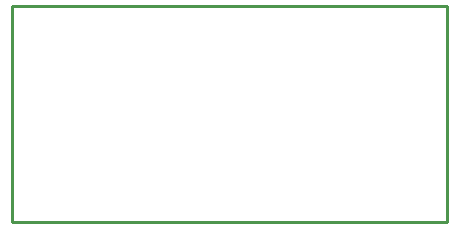
<source format=gbr>
G04 (created by PCBNEW (2013-02-13 BZR 3947)-testing) date 11/23/2013 4:51:36 PM*
%MOIN*%
G04 Gerber Fmt 3.4, Leading zero omitted, Abs format*
%FSLAX34Y34*%
G01*
G70*
G90*
G04 APERTURE LIST*
%ADD10C,0.009*%
G04 APERTURE END LIST*
G54D10*
X6400Y-3600D02*
X9200Y-3600D01*
X9200Y3600D02*
X6400Y3600D01*
X6400Y-3600D02*
X-5300Y-3600D01*
X6400Y3600D02*
X-5300Y3600D01*
X9200Y-3600D02*
X9200Y3600D01*
X-5300Y-3600D02*
X-5300Y3600D01*
M02*

</source>
